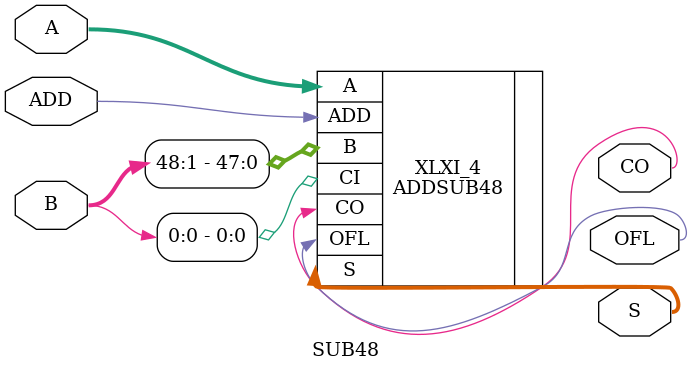
<source format=v>
`timescale 1ns / 1ps

module SUB48(A, 
             ADD, 
             B, 
             CO, 
             OFL, 
             S);

    input [47:0] A;
    input ADD;
    input [48:0] B;
   output CO;
   output OFL;
   output [47:0] S;
   
   
   ADDSUB48 XLXI_4 (.A(A[47:0]), 
                    .ADD(ADD), 
                    .B(B[48:1]), 
                    .CI(B[0]), 
                    .CO(CO), 
                    .OFL(OFL), 
                    .S(S[47:0]));
endmodule

</source>
